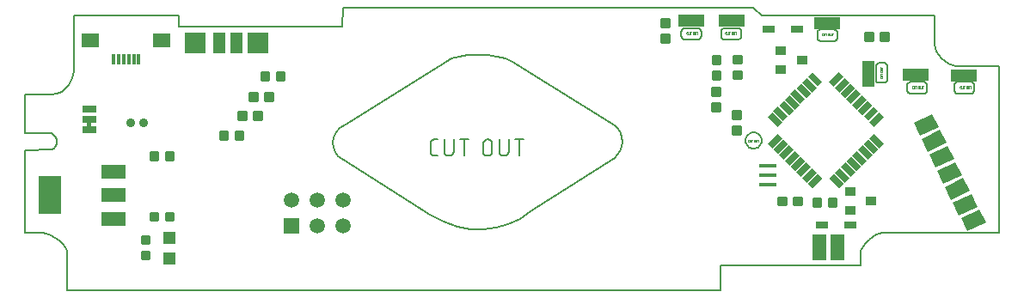
<source format=gts>
G75*
%MOIN*%
%OFA0B0*%
%FSLAX25Y25*%
%IPPOS*%
%LPD*%
%AMOC8*
5,1,8,0,0,1.08239X$1,22.5*
%
%ADD10C,0.00600*%
%ADD11C,0.00500*%
%ADD12C,0.00800*%
%ADD13C,0.00000*%
%ADD14C,0.00975*%
%ADD15R,0.09200X0.05200*%
%ADD16R,0.09061X0.14573*%
%ADD17R,0.05124X0.05124*%
%ADD18R,0.03943X0.03550*%
%ADD19R,0.09900X0.04900*%
%ADD20R,0.05800X0.10400*%
%ADD21R,0.04900X0.09900*%
%ADD22R,0.05557X0.07998*%
%ADD23R,0.04534X0.08077*%
%ADD24R,0.08077X0.08077*%
%ADD25R,0.05400X0.02600*%
%ADD26R,0.02600X0.05400*%
%ADD27R,0.06699X0.01581*%
%ADD28R,0.04534X0.02762*%
%ADD29R,0.05400X0.02900*%
%ADD30C,0.03550*%
%ADD31R,0.05900X0.05900*%
%ADD32C,0.05900*%
%ADD33R,0.06896X0.05518*%
%ADD34R,0.01581X0.04337*%
D10*
X0021423Y0038877D02*
X0021423Y0053068D01*
X0021193Y0054223D01*
X0020546Y0055511D01*
X0019546Y0056843D01*
X0018260Y0058131D01*
X0016751Y0059287D01*
X0015086Y0060221D01*
X0013329Y0060847D01*
X0011546Y0061075D01*
X0005020Y0061075D01*
X0005020Y0093285D01*
X0015209Y0093363D01*
X0016100Y0093845D01*
X0016736Y0094600D01*
X0017115Y0095536D01*
X0017240Y0096561D01*
X0017110Y0097585D01*
X0016728Y0098513D01*
X0016094Y0099256D01*
X0015209Y0099720D01*
X0005020Y0099735D01*
X0005020Y0114803D02*
X0015209Y0114803D01*
X0017371Y0115090D01*
X0019206Y0115887D01*
X0020725Y0117096D01*
X0021940Y0118620D01*
X0022864Y0120362D01*
X0023509Y0122225D01*
X0023887Y0124111D01*
X0024010Y0125924D01*
X0024010Y0145461D01*
X0064482Y0145461D02*
X0064482Y0141013D01*
X0127898Y0141164D01*
X0128159Y0148568D01*
X0287331Y0148568D01*
X0290523Y0145461D01*
X0357569Y0145461D01*
X0357592Y0134183D01*
X0357824Y0132969D01*
X0358388Y0131631D01*
X0359236Y0130256D01*
X0360319Y0128933D01*
X0361589Y0127750D01*
X0362996Y0126796D01*
X0364493Y0126160D01*
X0366029Y0125929D01*
X0366305Y0125935D01*
X0382514Y0125924D01*
X0382514Y0061075D01*
X0337320Y0061075D01*
X0336330Y0060907D01*
X0335071Y0060421D01*
X0333666Y0059641D01*
X0332239Y0058595D01*
X0330914Y0057307D01*
X0329814Y0055804D01*
X0329064Y0054111D01*
X0328786Y0052254D01*
X0328786Y0048361D01*
X0274578Y0048361D01*
X0274578Y0038877D01*
X0021423Y0038877D01*
X0126410Y0090966D02*
X0127945Y0089783D01*
X0161985Y0068189D01*
X0167243Y0065449D01*
X0172474Y0063607D01*
X0177638Y0062628D01*
X0182694Y0062478D01*
X0187600Y0063119D01*
X0192316Y0064518D01*
X0196799Y0066639D01*
X0201009Y0069447D01*
X0233615Y0090159D01*
X0234698Y0091402D01*
X0235563Y0092915D01*
X0236162Y0094612D01*
X0236449Y0096404D01*
X0236379Y0098204D01*
X0235903Y0099923D01*
X0234977Y0101475D01*
X0233553Y0102771D01*
X0193820Y0127595D01*
X0191312Y0128804D01*
X0188092Y0129643D01*
X0184420Y0130126D01*
X0180556Y0130263D01*
X0176760Y0130067D01*
X0173294Y0129549D01*
X0170418Y0128721D01*
X0168391Y0127595D01*
X0129125Y0103236D01*
X0127037Y0101738D01*
X0125577Y0099993D01*
X0124709Y0098097D01*
X0124394Y0096150D01*
X0124597Y0094247D01*
X0125282Y0092486D01*
X0126410Y0090966D01*
X0162217Y0092431D02*
X0162217Y0095986D01*
X0162219Y0096060D01*
X0162225Y0096135D01*
X0162235Y0096208D01*
X0162248Y0096282D01*
X0162265Y0096354D01*
X0162287Y0096425D01*
X0162311Y0096496D01*
X0162340Y0096564D01*
X0162372Y0096632D01*
X0162408Y0096697D01*
X0162446Y0096760D01*
X0162489Y0096822D01*
X0162534Y0096881D01*
X0162582Y0096937D01*
X0162633Y0096992D01*
X0162687Y0097043D01*
X0162744Y0097091D01*
X0162803Y0097136D01*
X0162865Y0097179D01*
X0162928Y0097217D01*
X0162993Y0097253D01*
X0163061Y0097285D01*
X0163129Y0097314D01*
X0163200Y0097338D01*
X0163271Y0097360D01*
X0163343Y0097377D01*
X0163417Y0097390D01*
X0163490Y0097400D01*
X0163565Y0097406D01*
X0163639Y0097408D01*
X0165061Y0097408D01*
X0167566Y0097408D02*
X0167566Y0092786D01*
X0167568Y0092703D01*
X0167574Y0092620D01*
X0167584Y0092537D01*
X0167597Y0092454D01*
X0167615Y0092373D01*
X0167636Y0092292D01*
X0167661Y0092213D01*
X0167690Y0092135D01*
X0167722Y0092058D01*
X0167758Y0091983D01*
X0167797Y0091909D01*
X0167840Y0091838D01*
X0167886Y0091768D01*
X0167936Y0091701D01*
X0167988Y0091636D01*
X0168043Y0091574D01*
X0168102Y0091514D01*
X0168163Y0091457D01*
X0168226Y0091403D01*
X0168292Y0091352D01*
X0168361Y0091305D01*
X0168431Y0091260D01*
X0168504Y0091219D01*
X0168578Y0091182D01*
X0168654Y0091147D01*
X0168732Y0091117D01*
X0168810Y0091090D01*
X0168891Y0091067D01*
X0168972Y0091047D01*
X0169054Y0091032D01*
X0169136Y0091020D01*
X0169219Y0091012D01*
X0169302Y0091008D01*
X0169386Y0091008D01*
X0169469Y0091012D01*
X0169552Y0091020D01*
X0169634Y0091032D01*
X0169716Y0091047D01*
X0169797Y0091067D01*
X0169878Y0091090D01*
X0169956Y0091117D01*
X0170034Y0091147D01*
X0170110Y0091182D01*
X0170184Y0091219D01*
X0170257Y0091260D01*
X0170327Y0091305D01*
X0170396Y0091352D01*
X0170462Y0091403D01*
X0170525Y0091457D01*
X0170586Y0091514D01*
X0170645Y0091574D01*
X0170700Y0091636D01*
X0170752Y0091701D01*
X0170802Y0091768D01*
X0170848Y0091838D01*
X0170891Y0091909D01*
X0170930Y0091983D01*
X0170966Y0092058D01*
X0170998Y0092135D01*
X0171027Y0092213D01*
X0171052Y0092292D01*
X0171073Y0092373D01*
X0171091Y0092454D01*
X0171104Y0092537D01*
X0171114Y0092620D01*
X0171120Y0092703D01*
X0171122Y0092786D01*
X0171121Y0092786D02*
X0171121Y0097408D01*
X0173515Y0097408D02*
X0177070Y0097408D01*
X0175292Y0097408D02*
X0175292Y0091008D01*
X0182541Y0092786D02*
X0182541Y0095631D01*
X0182540Y0095631D02*
X0182542Y0095714D01*
X0182548Y0095797D01*
X0182558Y0095880D01*
X0182571Y0095963D01*
X0182589Y0096044D01*
X0182610Y0096125D01*
X0182635Y0096204D01*
X0182664Y0096282D01*
X0182696Y0096359D01*
X0182732Y0096434D01*
X0182771Y0096508D01*
X0182814Y0096579D01*
X0182860Y0096649D01*
X0182910Y0096716D01*
X0182962Y0096781D01*
X0183017Y0096843D01*
X0183076Y0096903D01*
X0183137Y0096960D01*
X0183200Y0097014D01*
X0183266Y0097065D01*
X0183335Y0097112D01*
X0183405Y0097157D01*
X0183478Y0097198D01*
X0183552Y0097235D01*
X0183628Y0097270D01*
X0183706Y0097300D01*
X0183784Y0097327D01*
X0183865Y0097350D01*
X0183946Y0097370D01*
X0184028Y0097385D01*
X0184110Y0097397D01*
X0184193Y0097405D01*
X0184276Y0097409D01*
X0184360Y0097409D01*
X0184443Y0097405D01*
X0184526Y0097397D01*
X0184608Y0097385D01*
X0184690Y0097370D01*
X0184771Y0097350D01*
X0184852Y0097327D01*
X0184930Y0097300D01*
X0185008Y0097270D01*
X0185084Y0097235D01*
X0185158Y0097198D01*
X0185231Y0097157D01*
X0185301Y0097112D01*
X0185370Y0097065D01*
X0185436Y0097014D01*
X0185499Y0096960D01*
X0185560Y0096903D01*
X0185619Y0096843D01*
X0185674Y0096781D01*
X0185726Y0096716D01*
X0185776Y0096649D01*
X0185822Y0096579D01*
X0185865Y0096508D01*
X0185904Y0096434D01*
X0185940Y0096359D01*
X0185972Y0096282D01*
X0186001Y0096204D01*
X0186026Y0096125D01*
X0186047Y0096044D01*
X0186065Y0095963D01*
X0186078Y0095880D01*
X0186088Y0095797D01*
X0186094Y0095714D01*
X0186096Y0095631D01*
X0186096Y0092786D01*
X0186094Y0092703D01*
X0186088Y0092620D01*
X0186078Y0092537D01*
X0186065Y0092454D01*
X0186047Y0092373D01*
X0186026Y0092292D01*
X0186001Y0092213D01*
X0185972Y0092135D01*
X0185940Y0092058D01*
X0185904Y0091983D01*
X0185865Y0091909D01*
X0185822Y0091838D01*
X0185776Y0091768D01*
X0185726Y0091701D01*
X0185674Y0091636D01*
X0185619Y0091574D01*
X0185560Y0091514D01*
X0185499Y0091457D01*
X0185436Y0091403D01*
X0185370Y0091352D01*
X0185301Y0091305D01*
X0185231Y0091260D01*
X0185158Y0091219D01*
X0185084Y0091182D01*
X0185008Y0091147D01*
X0184930Y0091117D01*
X0184852Y0091090D01*
X0184771Y0091067D01*
X0184690Y0091047D01*
X0184608Y0091032D01*
X0184526Y0091020D01*
X0184443Y0091012D01*
X0184360Y0091008D01*
X0184276Y0091008D01*
X0184193Y0091012D01*
X0184110Y0091020D01*
X0184028Y0091032D01*
X0183946Y0091047D01*
X0183865Y0091067D01*
X0183784Y0091090D01*
X0183706Y0091117D01*
X0183628Y0091147D01*
X0183552Y0091182D01*
X0183478Y0091219D01*
X0183405Y0091260D01*
X0183335Y0091305D01*
X0183266Y0091352D01*
X0183200Y0091403D01*
X0183137Y0091457D01*
X0183076Y0091514D01*
X0183017Y0091574D01*
X0182962Y0091636D01*
X0182910Y0091701D01*
X0182860Y0091768D01*
X0182814Y0091838D01*
X0182771Y0091909D01*
X0182732Y0091983D01*
X0182696Y0092058D01*
X0182664Y0092135D01*
X0182635Y0092213D01*
X0182610Y0092292D01*
X0182589Y0092373D01*
X0182571Y0092454D01*
X0182558Y0092537D01*
X0182548Y0092620D01*
X0182542Y0092703D01*
X0182540Y0092786D01*
X0188900Y0092786D02*
X0188900Y0097408D01*
X0192455Y0097408D02*
X0192455Y0092786D01*
X0192456Y0092786D02*
X0192454Y0092703D01*
X0192448Y0092620D01*
X0192438Y0092537D01*
X0192425Y0092454D01*
X0192407Y0092373D01*
X0192386Y0092292D01*
X0192361Y0092213D01*
X0192332Y0092135D01*
X0192300Y0092058D01*
X0192264Y0091983D01*
X0192225Y0091909D01*
X0192182Y0091838D01*
X0192136Y0091768D01*
X0192086Y0091701D01*
X0192034Y0091636D01*
X0191979Y0091574D01*
X0191920Y0091514D01*
X0191859Y0091457D01*
X0191796Y0091403D01*
X0191730Y0091352D01*
X0191661Y0091305D01*
X0191591Y0091260D01*
X0191518Y0091219D01*
X0191444Y0091182D01*
X0191368Y0091147D01*
X0191290Y0091117D01*
X0191212Y0091090D01*
X0191131Y0091067D01*
X0191050Y0091047D01*
X0190968Y0091032D01*
X0190886Y0091020D01*
X0190803Y0091012D01*
X0190720Y0091008D01*
X0190636Y0091008D01*
X0190553Y0091012D01*
X0190470Y0091020D01*
X0190388Y0091032D01*
X0190306Y0091047D01*
X0190225Y0091067D01*
X0190144Y0091090D01*
X0190066Y0091117D01*
X0189988Y0091147D01*
X0189912Y0091182D01*
X0189838Y0091219D01*
X0189765Y0091260D01*
X0189695Y0091305D01*
X0189626Y0091352D01*
X0189560Y0091403D01*
X0189497Y0091457D01*
X0189436Y0091514D01*
X0189377Y0091574D01*
X0189322Y0091636D01*
X0189270Y0091701D01*
X0189220Y0091768D01*
X0189174Y0091838D01*
X0189131Y0091909D01*
X0189092Y0091983D01*
X0189056Y0092058D01*
X0189024Y0092135D01*
X0188995Y0092213D01*
X0188970Y0092292D01*
X0188949Y0092373D01*
X0188931Y0092454D01*
X0188918Y0092537D01*
X0188908Y0092620D01*
X0188902Y0092703D01*
X0188900Y0092786D01*
X0194849Y0097408D02*
X0198404Y0097408D01*
X0196626Y0097408D02*
X0196626Y0091008D01*
X0165061Y0091008D02*
X0163639Y0091008D01*
X0163639Y0091009D02*
X0163565Y0091011D01*
X0163490Y0091017D01*
X0163417Y0091027D01*
X0163343Y0091040D01*
X0163271Y0091057D01*
X0163200Y0091079D01*
X0163129Y0091103D01*
X0163061Y0091132D01*
X0162993Y0091164D01*
X0162928Y0091200D01*
X0162865Y0091238D01*
X0162803Y0091281D01*
X0162744Y0091326D01*
X0162687Y0091374D01*
X0162633Y0091425D01*
X0162582Y0091479D01*
X0162534Y0091536D01*
X0162489Y0091595D01*
X0162446Y0091657D01*
X0162408Y0091720D01*
X0162372Y0091785D01*
X0162340Y0091853D01*
X0162311Y0091921D01*
X0162287Y0091992D01*
X0162265Y0092063D01*
X0162248Y0092135D01*
X0162235Y0092209D01*
X0162225Y0092282D01*
X0162219Y0092357D01*
X0162217Y0092431D01*
X0259531Y0136897D02*
X0259454Y0137142D01*
X0259427Y0137405D01*
X0259427Y0139289D01*
X0259454Y0139552D01*
X0259531Y0139797D01*
X0259651Y0140020D01*
X0259812Y0140213D01*
X0260005Y0140374D01*
X0260228Y0140495D01*
X0260473Y0140571D01*
X0260736Y0140598D01*
X0265812Y0140598D01*
X0266075Y0140571D01*
X0266320Y0140495D01*
X0266542Y0140374D01*
X0266736Y0140213D01*
X0266896Y0140020D01*
X0267017Y0139797D01*
X0267094Y0139552D01*
X0267120Y0139289D01*
X0267120Y0137405D01*
X0267094Y0137142D01*
X0267017Y0136897D01*
X0266896Y0136675D01*
X0266736Y0136481D01*
X0266542Y0136321D01*
X0266320Y0136200D01*
X0266075Y0136123D01*
X0265812Y0136097D01*
X0260736Y0136097D01*
X0260473Y0136123D01*
X0260228Y0136200D01*
X0260005Y0136321D01*
X0259812Y0136481D01*
X0259651Y0136675D01*
X0259531Y0136897D01*
X0274855Y0137405D02*
X0274855Y0139289D01*
X0274882Y0139552D01*
X0274959Y0139797D01*
X0275079Y0140020D01*
X0275240Y0140213D01*
X0275433Y0140374D01*
X0275655Y0140495D01*
X0275901Y0140571D01*
X0276163Y0140598D01*
X0281240Y0140598D01*
X0281503Y0140571D01*
X0281748Y0140495D01*
X0281970Y0140374D01*
X0282164Y0140213D01*
X0282324Y0140020D01*
X0282445Y0139797D01*
X0282522Y0139552D01*
X0282548Y0139289D01*
X0282548Y0137405D01*
X0282522Y0137142D01*
X0282445Y0136897D01*
X0282324Y0136675D01*
X0282164Y0136481D01*
X0281970Y0136321D01*
X0281748Y0136200D01*
X0281503Y0136123D01*
X0281240Y0136097D01*
X0276163Y0136097D01*
X0275901Y0136123D01*
X0275655Y0136200D01*
X0275433Y0136321D01*
X0275240Y0136481D01*
X0275079Y0136675D01*
X0274959Y0136897D01*
X0274882Y0137142D01*
X0274855Y0137405D01*
X0312203Y0136890D02*
X0312203Y0138774D01*
X0312230Y0139037D01*
X0312307Y0139282D01*
X0312427Y0139504D01*
X0312588Y0139698D01*
X0312781Y0139858D01*
X0313003Y0139979D01*
X0313249Y0140056D01*
X0313511Y0140082D01*
X0318588Y0140082D01*
X0318851Y0140056D01*
X0319096Y0139979D01*
X0319318Y0139858D01*
X0319512Y0139698D01*
X0319672Y0139504D01*
X0319793Y0139282D01*
X0319870Y0139037D01*
X0319896Y0138774D01*
X0319896Y0136890D01*
X0319870Y0136627D01*
X0319793Y0136382D01*
X0319672Y0136160D01*
X0319512Y0135966D01*
X0319318Y0135806D01*
X0319096Y0135685D01*
X0318851Y0135608D01*
X0318588Y0135582D01*
X0313511Y0135582D01*
X0313249Y0135608D01*
X0313003Y0135685D01*
X0312781Y0135806D01*
X0312588Y0135966D01*
X0312427Y0136160D01*
X0312307Y0136382D01*
X0312230Y0136627D01*
X0312203Y0136890D01*
X0334887Y0126223D02*
X0335008Y0126445D01*
X0335168Y0126639D01*
X0335362Y0126799D01*
X0335584Y0126920D01*
X0335829Y0126996D01*
X0336092Y0127023D01*
X0337976Y0127023D01*
X0338239Y0126996D01*
X0338484Y0126920D01*
X0338707Y0126799D01*
X0338901Y0126639D01*
X0339061Y0126445D01*
X0339182Y0126223D01*
X0339258Y0125978D01*
X0339285Y0125715D01*
X0339285Y0120638D01*
X0339258Y0120375D01*
X0339182Y0120130D01*
X0339061Y0119908D01*
X0338901Y0119714D01*
X0338707Y0119554D01*
X0338484Y0119433D01*
X0338239Y0119357D01*
X0337976Y0119330D01*
X0336092Y0119330D01*
X0335829Y0119357D01*
X0335584Y0119433D01*
X0335362Y0119554D01*
X0335168Y0119714D01*
X0335008Y0119908D01*
X0334887Y0120130D01*
X0334811Y0120375D01*
X0334784Y0120638D01*
X0334784Y0125715D01*
X0334811Y0125978D01*
X0334887Y0126223D01*
X0347197Y0119106D02*
X0347357Y0119300D01*
X0347551Y0119460D01*
X0347773Y0119581D01*
X0348018Y0119658D01*
X0348281Y0119684D01*
X0353357Y0119684D01*
X0353620Y0119658D01*
X0353865Y0119581D01*
X0354088Y0119460D01*
X0354281Y0119300D01*
X0354442Y0119106D01*
X0354562Y0118884D01*
X0354639Y0118639D01*
X0354666Y0118376D01*
X0354666Y0116492D01*
X0354639Y0116229D01*
X0354562Y0115984D01*
X0354442Y0115761D01*
X0354281Y0115567D01*
X0354088Y0115407D01*
X0353865Y0115286D01*
X0353620Y0115210D01*
X0353357Y0115183D01*
X0348281Y0115183D01*
X0348018Y0115210D01*
X0347773Y0115286D01*
X0347551Y0115407D01*
X0347357Y0115567D01*
X0347197Y0115761D01*
X0347076Y0115984D01*
X0346999Y0116229D01*
X0346973Y0116492D01*
X0346973Y0118376D01*
X0346999Y0118639D01*
X0347076Y0118884D01*
X0347197Y0119106D01*
X0365296Y0118376D02*
X0365296Y0116492D01*
X0365323Y0116229D01*
X0365399Y0115984D01*
X0365520Y0115761D01*
X0365681Y0115567D01*
X0365874Y0115407D01*
X0366097Y0115286D01*
X0366342Y0115210D01*
X0366605Y0115183D01*
X0371681Y0115183D01*
X0371944Y0115210D01*
X0372189Y0115286D01*
X0372411Y0115407D01*
X0372605Y0115567D01*
X0372765Y0115761D01*
X0372886Y0115984D01*
X0372962Y0116229D01*
X0372989Y0116492D01*
X0372989Y0118376D01*
X0372962Y0118639D01*
X0372886Y0118884D01*
X0372765Y0119106D01*
X0372605Y0119300D01*
X0372411Y0119460D01*
X0372189Y0119581D01*
X0371944Y0119658D01*
X0371681Y0119684D01*
X0366605Y0119684D01*
X0366342Y0119658D01*
X0366097Y0119581D01*
X0365874Y0119460D01*
X0365681Y0119300D01*
X0365520Y0119106D01*
X0365399Y0118884D01*
X0365323Y0118639D01*
X0365296Y0118376D01*
X0290480Y0097559D02*
X0290544Y0096924D01*
X0290484Y0097539D01*
X0290305Y0098129D01*
X0290014Y0098674D01*
X0289622Y0099151D01*
X0289145Y0099543D01*
X0288600Y0099834D01*
X0288009Y0100013D01*
X0287395Y0100074D01*
X0286780Y0100013D01*
X0286189Y0099834D01*
X0285645Y0099543D01*
X0285168Y0099151D01*
X0284776Y0098674D01*
X0284485Y0098129D01*
X0284306Y0097539D01*
X0284245Y0096924D01*
X0284306Y0096310D01*
X0284485Y0095719D01*
X0284776Y0095174D01*
X0285168Y0094697D01*
X0285645Y0094305D01*
X0286189Y0094014D01*
X0286780Y0093835D01*
X0287395Y0093774D01*
X0288009Y0093835D01*
X0288600Y0094014D01*
X0289145Y0094305D01*
X0289622Y0094697D01*
X0289156Y0094312D01*
X0288621Y0094022D01*
X0288029Y0093839D01*
X0287395Y0093774D01*
X0286760Y0093839D01*
X0286169Y0094022D01*
X0285634Y0094312D01*
X0285168Y0094697D01*
X0284783Y0095163D01*
X0284493Y0095698D01*
X0284309Y0096289D01*
X0284245Y0096924D01*
X0284309Y0097559D01*
X0284493Y0098150D01*
X0284783Y0098685D01*
X0285168Y0099151D01*
X0285634Y0099536D01*
X0286169Y0099826D01*
X0286760Y0100010D01*
X0287395Y0100074D01*
X0288029Y0100010D01*
X0288621Y0099826D01*
X0289156Y0099536D01*
X0289622Y0099151D01*
X0290007Y0098685D01*
X0290297Y0098150D01*
X0290480Y0097559D01*
X0290544Y0096924D02*
X0290484Y0096310D01*
X0290305Y0095719D01*
X0290014Y0095174D01*
X0289622Y0094697D01*
X0290007Y0095163D01*
X0290297Y0095698D01*
X0290480Y0096289D01*
X0290544Y0096924D01*
D11*
X0030417Y0102458D02*
X0029417Y0102458D01*
X0029417Y0103958D01*
X0030417Y0103958D01*
X0030417Y0102458D01*
X0030417Y0102509D02*
X0029417Y0102509D01*
X0029417Y0103007D02*
X0030417Y0103007D01*
X0030417Y0103506D02*
X0029417Y0103506D01*
X0005020Y0099735D02*
X0005020Y0114803D01*
D12*
X0024010Y0145461D02*
X0064482Y0145461D01*
D13*
X0261417Y0138831D02*
X0261417Y0138386D01*
X0261419Y0138361D01*
X0261424Y0138336D01*
X0261433Y0138312D01*
X0261445Y0138290D01*
X0261460Y0138269D01*
X0261478Y0138251D01*
X0261499Y0138236D01*
X0261521Y0138224D01*
X0261545Y0138215D01*
X0261570Y0138210D01*
X0261595Y0138208D01*
X0261772Y0138208D01*
X0262042Y0138431D02*
X0262042Y0139008D01*
X0261772Y0139008D02*
X0261595Y0139008D01*
X0261595Y0139009D02*
X0261570Y0139007D01*
X0261545Y0139002D01*
X0261521Y0138993D01*
X0261499Y0138981D01*
X0261478Y0138966D01*
X0261460Y0138948D01*
X0261445Y0138927D01*
X0261433Y0138905D01*
X0261424Y0138881D01*
X0261419Y0138856D01*
X0261417Y0138831D01*
X0262042Y0138431D02*
X0262044Y0138402D01*
X0262050Y0138374D01*
X0262059Y0138346D01*
X0262072Y0138320D01*
X0262088Y0138296D01*
X0262107Y0138274D01*
X0262129Y0138255D01*
X0262153Y0138239D01*
X0262179Y0138226D01*
X0262207Y0138217D01*
X0262235Y0138211D01*
X0262264Y0138209D01*
X0262293Y0138211D01*
X0262321Y0138217D01*
X0262349Y0138226D01*
X0262375Y0138239D01*
X0262399Y0138255D01*
X0262421Y0138274D01*
X0262440Y0138296D01*
X0262456Y0138320D01*
X0262469Y0138346D01*
X0262478Y0138374D01*
X0262484Y0138402D01*
X0262486Y0138431D01*
X0262486Y0139008D01*
X0262738Y0139008D02*
X0263182Y0139008D01*
X0262960Y0139008D02*
X0262960Y0138208D01*
X0263794Y0138431D02*
X0263794Y0138786D01*
X0263796Y0138815D01*
X0263802Y0138843D01*
X0263811Y0138871D01*
X0263824Y0138897D01*
X0263840Y0138921D01*
X0263859Y0138943D01*
X0263881Y0138962D01*
X0263905Y0138978D01*
X0263931Y0138991D01*
X0263959Y0139000D01*
X0263987Y0139006D01*
X0264016Y0139008D01*
X0264045Y0139006D01*
X0264073Y0139000D01*
X0264101Y0138991D01*
X0264127Y0138978D01*
X0264151Y0138962D01*
X0264173Y0138943D01*
X0264192Y0138921D01*
X0264208Y0138897D01*
X0264221Y0138871D01*
X0264230Y0138843D01*
X0264236Y0138815D01*
X0264238Y0138786D01*
X0264238Y0138431D01*
X0264236Y0138402D01*
X0264230Y0138374D01*
X0264221Y0138346D01*
X0264208Y0138320D01*
X0264192Y0138296D01*
X0264173Y0138274D01*
X0264151Y0138255D01*
X0264127Y0138239D01*
X0264101Y0138226D01*
X0264073Y0138217D01*
X0264045Y0138211D01*
X0264016Y0138209D01*
X0263987Y0138211D01*
X0263959Y0138217D01*
X0263931Y0138226D01*
X0263905Y0138239D01*
X0263881Y0138255D01*
X0263859Y0138274D01*
X0263840Y0138296D01*
X0263824Y0138320D01*
X0263811Y0138346D01*
X0263802Y0138374D01*
X0263796Y0138402D01*
X0263794Y0138431D01*
X0264538Y0138431D02*
X0264538Y0139008D01*
X0264982Y0139008D02*
X0264982Y0138431D01*
X0264980Y0138402D01*
X0264974Y0138374D01*
X0264965Y0138346D01*
X0264952Y0138320D01*
X0264936Y0138296D01*
X0264917Y0138274D01*
X0264895Y0138255D01*
X0264871Y0138239D01*
X0264845Y0138226D01*
X0264817Y0138217D01*
X0264789Y0138211D01*
X0264760Y0138209D01*
X0264731Y0138211D01*
X0264703Y0138217D01*
X0264675Y0138226D01*
X0264649Y0138239D01*
X0264625Y0138255D01*
X0264603Y0138274D01*
X0264584Y0138296D01*
X0264568Y0138320D01*
X0264555Y0138346D01*
X0264546Y0138374D01*
X0264540Y0138402D01*
X0264538Y0138431D01*
X0265234Y0139008D02*
X0265678Y0139008D01*
X0265456Y0139008D02*
X0265456Y0138208D01*
X0276417Y0138386D02*
X0276417Y0138831D01*
X0276419Y0138856D01*
X0276424Y0138881D01*
X0276433Y0138905D01*
X0276445Y0138927D01*
X0276460Y0138948D01*
X0276478Y0138966D01*
X0276499Y0138981D01*
X0276521Y0138993D01*
X0276545Y0139002D01*
X0276570Y0139007D01*
X0276595Y0139009D01*
X0276595Y0139008D02*
X0276772Y0139008D01*
X0277042Y0139008D02*
X0277042Y0138431D01*
X0277044Y0138402D01*
X0277050Y0138374D01*
X0277059Y0138346D01*
X0277072Y0138320D01*
X0277088Y0138296D01*
X0277107Y0138274D01*
X0277129Y0138255D01*
X0277153Y0138239D01*
X0277179Y0138226D01*
X0277207Y0138217D01*
X0277235Y0138211D01*
X0277264Y0138209D01*
X0277293Y0138211D01*
X0277321Y0138217D01*
X0277349Y0138226D01*
X0277375Y0138239D01*
X0277399Y0138255D01*
X0277421Y0138274D01*
X0277440Y0138296D01*
X0277456Y0138320D01*
X0277469Y0138346D01*
X0277478Y0138374D01*
X0277484Y0138402D01*
X0277486Y0138431D01*
X0277486Y0139008D01*
X0277738Y0139008D02*
X0278182Y0139008D01*
X0277960Y0139008D02*
X0277960Y0138208D01*
X0278794Y0138431D02*
X0278794Y0138786D01*
X0278796Y0138815D01*
X0278802Y0138843D01*
X0278811Y0138871D01*
X0278824Y0138897D01*
X0278840Y0138921D01*
X0278859Y0138943D01*
X0278881Y0138962D01*
X0278905Y0138978D01*
X0278931Y0138991D01*
X0278959Y0139000D01*
X0278987Y0139006D01*
X0279016Y0139008D01*
X0279045Y0139006D01*
X0279073Y0139000D01*
X0279101Y0138991D01*
X0279127Y0138978D01*
X0279151Y0138962D01*
X0279173Y0138943D01*
X0279192Y0138921D01*
X0279208Y0138897D01*
X0279221Y0138871D01*
X0279230Y0138843D01*
X0279236Y0138815D01*
X0279238Y0138786D01*
X0279238Y0138431D01*
X0279236Y0138402D01*
X0279230Y0138374D01*
X0279221Y0138346D01*
X0279208Y0138320D01*
X0279192Y0138296D01*
X0279173Y0138274D01*
X0279151Y0138255D01*
X0279127Y0138239D01*
X0279101Y0138226D01*
X0279073Y0138217D01*
X0279045Y0138211D01*
X0279016Y0138209D01*
X0278987Y0138211D01*
X0278959Y0138217D01*
X0278931Y0138226D01*
X0278905Y0138239D01*
X0278881Y0138255D01*
X0278859Y0138274D01*
X0278840Y0138296D01*
X0278824Y0138320D01*
X0278811Y0138346D01*
X0278802Y0138374D01*
X0278796Y0138402D01*
X0278794Y0138431D01*
X0279538Y0138431D02*
X0279538Y0139008D01*
X0279982Y0139008D02*
X0279982Y0138431D01*
X0279980Y0138402D01*
X0279974Y0138374D01*
X0279965Y0138346D01*
X0279952Y0138320D01*
X0279936Y0138296D01*
X0279917Y0138274D01*
X0279895Y0138255D01*
X0279871Y0138239D01*
X0279845Y0138226D01*
X0279817Y0138217D01*
X0279789Y0138211D01*
X0279760Y0138209D01*
X0279731Y0138211D01*
X0279703Y0138217D01*
X0279675Y0138226D01*
X0279649Y0138239D01*
X0279625Y0138255D01*
X0279603Y0138274D01*
X0279584Y0138296D01*
X0279568Y0138320D01*
X0279555Y0138346D01*
X0279546Y0138374D01*
X0279540Y0138402D01*
X0279538Y0138431D01*
X0280234Y0139008D02*
X0280678Y0139008D01*
X0280456Y0139008D02*
X0280456Y0138208D01*
X0276772Y0138208D02*
X0276595Y0138208D01*
X0276570Y0138210D01*
X0276545Y0138215D01*
X0276521Y0138224D01*
X0276499Y0138236D01*
X0276478Y0138251D01*
X0276460Y0138269D01*
X0276445Y0138290D01*
X0276433Y0138312D01*
X0276424Y0138336D01*
X0276419Y0138361D01*
X0276417Y0138386D01*
X0313917Y0138331D02*
X0313917Y0137886D01*
X0313919Y0137861D01*
X0313924Y0137836D01*
X0313933Y0137812D01*
X0313945Y0137790D01*
X0313960Y0137769D01*
X0313978Y0137751D01*
X0313999Y0137736D01*
X0314021Y0137724D01*
X0314045Y0137715D01*
X0314070Y0137710D01*
X0314095Y0137708D01*
X0314272Y0137708D01*
X0314542Y0137931D02*
X0314542Y0138508D01*
X0314272Y0138508D02*
X0314095Y0138508D01*
X0314095Y0138509D02*
X0314070Y0138507D01*
X0314045Y0138502D01*
X0314021Y0138493D01*
X0313999Y0138481D01*
X0313978Y0138466D01*
X0313960Y0138448D01*
X0313945Y0138427D01*
X0313933Y0138405D01*
X0313924Y0138381D01*
X0313919Y0138356D01*
X0313917Y0138331D01*
X0314542Y0137931D02*
X0314544Y0137902D01*
X0314550Y0137874D01*
X0314559Y0137846D01*
X0314572Y0137820D01*
X0314588Y0137796D01*
X0314607Y0137774D01*
X0314629Y0137755D01*
X0314653Y0137739D01*
X0314679Y0137726D01*
X0314707Y0137717D01*
X0314735Y0137711D01*
X0314764Y0137709D01*
X0314793Y0137711D01*
X0314821Y0137717D01*
X0314849Y0137726D01*
X0314875Y0137739D01*
X0314899Y0137755D01*
X0314921Y0137774D01*
X0314940Y0137796D01*
X0314956Y0137820D01*
X0314969Y0137846D01*
X0314978Y0137874D01*
X0314984Y0137902D01*
X0314986Y0137931D01*
X0314986Y0138508D01*
X0315238Y0138508D02*
X0315682Y0138508D01*
X0315460Y0138508D02*
X0315460Y0137708D01*
X0316294Y0137931D02*
X0316294Y0138286D01*
X0316296Y0138315D01*
X0316302Y0138343D01*
X0316311Y0138371D01*
X0316324Y0138397D01*
X0316340Y0138421D01*
X0316359Y0138443D01*
X0316381Y0138462D01*
X0316405Y0138478D01*
X0316431Y0138491D01*
X0316459Y0138500D01*
X0316487Y0138506D01*
X0316516Y0138508D01*
X0316545Y0138506D01*
X0316573Y0138500D01*
X0316601Y0138491D01*
X0316627Y0138478D01*
X0316651Y0138462D01*
X0316673Y0138443D01*
X0316692Y0138421D01*
X0316708Y0138397D01*
X0316721Y0138371D01*
X0316730Y0138343D01*
X0316736Y0138315D01*
X0316738Y0138286D01*
X0316738Y0137931D01*
X0316736Y0137902D01*
X0316730Y0137874D01*
X0316721Y0137846D01*
X0316708Y0137820D01*
X0316692Y0137796D01*
X0316673Y0137774D01*
X0316651Y0137755D01*
X0316627Y0137739D01*
X0316601Y0137726D01*
X0316573Y0137717D01*
X0316545Y0137711D01*
X0316516Y0137709D01*
X0316487Y0137711D01*
X0316459Y0137717D01*
X0316431Y0137726D01*
X0316405Y0137739D01*
X0316381Y0137755D01*
X0316359Y0137774D01*
X0316340Y0137796D01*
X0316324Y0137820D01*
X0316311Y0137846D01*
X0316302Y0137874D01*
X0316296Y0137902D01*
X0316294Y0137931D01*
X0317038Y0137931D02*
X0317038Y0138508D01*
X0317482Y0138508D02*
X0317482Y0137931D01*
X0317480Y0137902D01*
X0317474Y0137874D01*
X0317465Y0137846D01*
X0317452Y0137820D01*
X0317436Y0137796D01*
X0317417Y0137774D01*
X0317395Y0137755D01*
X0317371Y0137739D01*
X0317345Y0137726D01*
X0317317Y0137717D01*
X0317289Y0137711D01*
X0317260Y0137709D01*
X0317231Y0137711D01*
X0317203Y0137717D01*
X0317175Y0137726D01*
X0317149Y0137739D01*
X0317125Y0137755D01*
X0317103Y0137774D01*
X0317084Y0137796D01*
X0317068Y0137820D01*
X0317055Y0137846D01*
X0317046Y0137874D01*
X0317040Y0137902D01*
X0317038Y0137931D01*
X0317734Y0138508D02*
X0318178Y0138508D01*
X0317956Y0138508D02*
X0317956Y0137708D01*
X0336617Y0125470D02*
X0336617Y0125025D01*
X0336617Y0125248D02*
X0337417Y0125248D01*
X0337195Y0124774D02*
X0336617Y0124774D01*
X0336617Y0124329D02*
X0337195Y0124329D01*
X0337195Y0124330D02*
X0337224Y0124332D01*
X0337252Y0124338D01*
X0337280Y0124347D01*
X0337306Y0124360D01*
X0337330Y0124376D01*
X0337352Y0124395D01*
X0337371Y0124417D01*
X0337387Y0124441D01*
X0337400Y0124467D01*
X0337409Y0124495D01*
X0337415Y0124523D01*
X0337417Y0124552D01*
X0337415Y0124581D01*
X0337409Y0124609D01*
X0337400Y0124637D01*
X0337387Y0124663D01*
X0337371Y0124687D01*
X0337352Y0124709D01*
X0337330Y0124728D01*
X0337306Y0124744D01*
X0337280Y0124757D01*
X0337252Y0124766D01*
X0337224Y0124772D01*
X0337195Y0124774D01*
X0337195Y0124030D02*
X0336839Y0124030D01*
X0336810Y0124028D01*
X0336782Y0124022D01*
X0336754Y0124013D01*
X0336728Y0124000D01*
X0336704Y0123984D01*
X0336682Y0123965D01*
X0336663Y0123943D01*
X0336647Y0123919D01*
X0336634Y0123893D01*
X0336625Y0123865D01*
X0336619Y0123837D01*
X0336617Y0123808D01*
X0336619Y0123779D01*
X0336625Y0123751D01*
X0336634Y0123723D01*
X0336647Y0123697D01*
X0336663Y0123673D01*
X0336682Y0123651D01*
X0336704Y0123632D01*
X0336728Y0123616D01*
X0336754Y0123603D01*
X0336782Y0123594D01*
X0336810Y0123588D01*
X0336839Y0123586D01*
X0336839Y0123585D02*
X0337195Y0123585D01*
X0337195Y0123586D02*
X0337224Y0123588D01*
X0337252Y0123594D01*
X0337280Y0123603D01*
X0337306Y0123616D01*
X0337330Y0123632D01*
X0337352Y0123651D01*
X0337371Y0123673D01*
X0337387Y0123697D01*
X0337400Y0123723D01*
X0337409Y0123751D01*
X0337415Y0123779D01*
X0337417Y0123808D01*
X0337415Y0123837D01*
X0337409Y0123865D01*
X0337400Y0123893D01*
X0337387Y0123919D01*
X0337371Y0123943D01*
X0337352Y0123965D01*
X0337330Y0123984D01*
X0337306Y0124000D01*
X0337280Y0124013D01*
X0337252Y0124022D01*
X0337224Y0124028D01*
X0337195Y0124030D01*
X0336617Y0122974D02*
X0336617Y0122529D01*
X0336617Y0122752D02*
X0337417Y0122752D01*
X0337195Y0122278D02*
X0336617Y0122278D01*
X0336617Y0121833D02*
X0337195Y0121833D01*
X0337195Y0121834D02*
X0337224Y0121836D01*
X0337252Y0121842D01*
X0337280Y0121851D01*
X0337306Y0121864D01*
X0337330Y0121880D01*
X0337352Y0121899D01*
X0337371Y0121921D01*
X0337387Y0121945D01*
X0337400Y0121971D01*
X0337409Y0121999D01*
X0337415Y0122027D01*
X0337417Y0122056D01*
X0337415Y0122085D01*
X0337409Y0122113D01*
X0337400Y0122141D01*
X0337387Y0122167D01*
X0337371Y0122191D01*
X0337352Y0122213D01*
X0337330Y0122232D01*
X0337306Y0122248D01*
X0337280Y0122261D01*
X0337252Y0122270D01*
X0337224Y0122276D01*
X0337195Y0122278D01*
X0337417Y0121564D02*
X0337417Y0121386D01*
X0337415Y0121361D01*
X0337410Y0121336D01*
X0337401Y0121312D01*
X0337389Y0121290D01*
X0337374Y0121269D01*
X0337356Y0121251D01*
X0337335Y0121236D01*
X0337313Y0121224D01*
X0337289Y0121215D01*
X0337264Y0121210D01*
X0337239Y0121208D01*
X0336795Y0121208D01*
X0336770Y0121210D01*
X0336745Y0121215D01*
X0336721Y0121224D01*
X0336699Y0121236D01*
X0336678Y0121251D01*
X0336660Y0121269D01*
X0336645Y0121290D01*
X0336633Y0121312D01*
X0336624Y0121336D01*
X0336619Y0121361D01*
X0336617Y0121386D01*
X0336617Y0121564D01*
X0348917Y0117831D02*
X0348917Y0117386D01*
X0348919Y0117361D01*
X0348924Y0117336D01*
X0348933Y0117312D01*
X0348945Y0117290D01*
X0348960Y0117269D01*
X0348978Y0117251D01*
X0348999Y0117236D01*
X0349021Y0117224D01*
X0349045Y0117215D01*
X0349070Y0117210D01*
X0349095Y0117208D01*
X0349272Y0117208D01*
X0349542Y0117431D02*
X0349542Y0118008D01*
X0349272Y0118008D02*
X0349095Y0118008D01*
X0349095Y0118009D02*
X0349070Y0118007D01*
X0349045Y0118002D01*
X0349021Y0117993D01*
X0348999Y0117981D01*
X0348978Y0117966D01*
X0348960Y0117948D01*
X0348945Y0117927D01*
X0348933Y0117905D01*
X0348924Y0117881D01*
X0348919Y0117856D01*
X0348917Y0117831D01*
X0349542Y0117431D02*
X0349544Y0117402D01*
X0349550Y0117374D01*
X0349559Y0117346D01*
X0349572Y0117320D01*
X0349588Y0117296D01*
X0349607Y0117274D01*
X0349629Y0117255D01*
X0349653Y0117239D01*
X0349679Y0117226D01*
X0349707Y0117217D01*
X0349735Y0117211D01*
X0349764Y0117209D01*
X0349793Y0117211D01*
X0349821Y0117217D01*
X0349849Y0117226D01*
X0349875Y0117239D01*
X0349899Y0117255D01*
X0349921Y0117274D01*
X0349940Y0117296D01*
X0349956Y0117320D01*
X0349969Y0117346D01*
X0349978Y0117374D01*
X0349984Y0117402D01*
X0349986Y0117431D01*
X0349986Y0118008D01*
X0350238Y0118008D02*
X0350682Y0118008D01*
X0350460Y0118008D02*
X0350460Y0117208D01*
X0351294Y0117431D02*
X0351294Y0117786D01*
X0351296Y0117815D01*
X0351302Y0117843D01*
X0351311Y0117871D01*
X0351324Y0117897D01*
X0351340Y0117921D01*
X0351359Y0117943D01*
X0351381Y0117962D01*
X0351405Y0117978D01*
X0351431Y0117991D01*
X0351459Y0118000D01*
X0351487Y0118006D01*
X0351516Y0118008D01*
X0351545Y0118006D01*
X0351573Y0118000D01*
X0351601Y0117991D01*
X0351627Y0117978D01*
X0351651Y0117962D01*
X0351673Y0117943D01*
X0351692Y0117921D01*
X0351708Y0117897D01*
X0351721Y0117871D01*
X0351730Y0117843D01*
X0351736Y0117815D01*
X0351738Y0117786D01*
X0351738Y0117431D01*
X0351736Y0117402D01*
X0351730Y0117374D01*
X0351721Y0117346D01*
X0351708Y0117320D01*
X0351692Y0117296D01*
X0351673Y0117274D01*
X0351651Y0117255D01*
X0351627Y0117239D01*
X0351601Y0117226D01*
X0351573Y0117217D01*
X0351545Y0117211D01*
X0351516Y0117209D01*
X0351487Y0117211D01*
X0351459Y0117217D01*
X0351431Y0117226D01*
X0351405Y0117239D01*
X0351381Y0117255D01*
X0351359Y0117274D01*
X0351340Y0117296D01*
X0351324Y0117320D01*
X0351311Y0117346D01*
X0351302Y0117374D01*
X0351296Y0117402D01*
X0351294Y0117431D01*
X0352038Y0117431D02*
X0352038Y0118008D01*
X0352482Y0118008D02*
X0352482Y0117431D01*
X0352480Y0117402D01*
X0352474Y0117374D01*
X0352465Y0117346D01*
X0352452Y0117320D01*
X0352436Y0117296D01*
X0352417Y0117274D01*
X0352395Y0117255D01*
X0352371Y0117239D01*
X0352345Y0117226D01*
X0352317Y0117217D01*
X0352289Y0117211D01*
X0352260Y0117209D01*
X0352231Y0117211D01*
X0352203Y0117217D01*
X0352175Y0117226D01*
X0352149Y0117239D01*
X0352125Y0117255D01*
X0352103Y0117274D01*
X0352084Y0117296D01*
X0352068Y0117320D01*
X0352055Y0117346D01*
X0352046Y0117374D01*
X0352040Y0117402D01*
X0352038Y0117431D01*
X0352734Y0118008D02*
X0353178Y0118008D01*
X0352956Y0118008D02*
X0352956Y0117208D01*
X0367417Y0117386D02*
X0367417Y0117831D01*
X0367419Y0117856D01*
X0367424Y0117881D01*
X0367433Y0117905D01*
X0367445Y0117927D01*
X0367460Y0117948D01*
X0367478Y0117966D01*
X0367499Y0117981D01*
X0367521Y0117993D01*
X0367545Y0118002D01*
X0367570Y0118007D01*
X0367595Y0118009D01*
X0367595Y0118008D02*
X0367772Y0118008D01*
X0368042Y0118008D02*
X0368042Y0117431D01*
X0368044Y0117402D01*
X0368050Y0117374D01*
X0368059Y0117346D01*
X0368072Y0117320D01*
X0368088Y0117296D01*
X0368107Y0117274D01*
X0368129Y0117255D01*
X0368153Y0117239D01*
X0368179Y0117226D01*
X0368207Y0117217D01*
X0368235Y0117211D01*
X0368264Y0117209D01*
X0368293Y0117211D01*
X0368321Y0117217D01*
X0368349Y0117226D01*
X0368375Y0117239D01*
X0368399Y0117255D01*
X0368421Y0117274D01*
X0368440Y0117296D01*
X0368456Y0117320D01*
X0368469Y0117346D01*
X0368478Y0117374D01*
X0368484Y0117402D01*
X0368486Y0117431D01*
X0368486Y0118008D01*
X0368738Y0118008D02*
X0369182Y0118008D01*
X0368960Y0118008D02*
X0368960Y0117208D01*
X0369794Y0117431D02*
X0369794Y0117786D01*
X0369796Y0117815D01*
X0369802Y0117843D01*
X0369811Y0117871D01*
X0369824Y0117897D01*
X0369840Y0117921D01*
X0369859Y0117943D01*
X0369881Y0117962D01*
X0369905Y0117978D01*
X0369931Y0117991D01*
X0369959Y0118000D01*
X0369987Y0118006D01*
X0370016Y0118008D01*
X0370045Y0118006D01*
X0370073Y0118000D01*
X0370101Y0117991D01*
X0370127Y0117978D01*
X0370151Y0117962D01*
X0370173Y0117943D01*
X0370192Y0117921D01*
X0370208Y0117897D01*
X0370221Y0117871D01*
X0370230Y0117843D01*
X0370236Y0117815D01*
X0370238Y0117786D01*
X0370238Y0117431D01*
X0370236Y0117402D01*
X0370230Y0117374D01*
X0370221Y0117346D01*
X0370208Y0117320D01*
X0370192Y0117296D01*
X0370173Y0117274D01*
X0370151Y0117255D01*
X0370127Y0117239D01*
X0370101Y0117226D01*
X0370073Y0117217D01*
X0370045Y0117211D01*
X0370016Y0117209D01*
X0369987Y0117211D01*
X0369959Y0117217D01*
X0369931Y0117226D01*
X0369905Y0117239D01*
X0369881Y0117255D01*
X0369859Y0117274D01*
X0369840Y0117296D01*
X0369824Y0117320D01*
X0369811Y0117346D01*
X0369802Y0117374D01*
X0369796Y0117402D01*
X0369794Y0117431D01*
X0370538Y0117431D02*
X0370538Y0118008D01*
X0370982Y0118008D02*
X0370982Y0117431D01*
X0370980Y0117402D01*
X0370974Y0117374D01*
X0370965Y0117346D01*
X0370952Y0117320D01*
X0370936Y0117296D01*
X0370917Y0117274D01*
X0370895Y0117255D01*
X0370871Y0117239D01*
X0370845Y0117226D01*
X0370817Y0117217D01*
X0370789Y0117211D01*
X0370760Y0117209D01*
X0370731Y0117211D01*
X0370703Y0117217D01*
X0370675Y0117226D01*
X0370649Y0117239D01*
X0370625Y0117255D01*
X0370603Y0117274D01*
X0370584Y0117296D01*
X0370568Y0117320D01*
X0370555Y0117346D01*
X0370546Y0117374D01*
X0370540Y0117402D01*
X0370538Y0117431D01*
X0371234Y0118008D02*
X0371678Y0118008D01*
X0371456Y0118008D02*
X0371456Y0117208D01*
X0367772Y0117208D02*
X0367595Y0117208D01*
X0367570Y0117210D01*
X0367545Y0117215D01*
X0367521Y0117224D01*
X0367499Y0117236D01*
X0367478Y0117251D01*
X0367460Y0117269D01*
X0367445Y0117290D01*
X0367433Y0117312D01*
X0367424Y0117336D01*
X0367419Y0117361D01*
X0367417Y0117386D01*
X0289417Y0097208D02*
X0288972Y0097208D01*
X0289195Y0097208D02*
X0289195Y0096408D01*
X0288721Y0096631D02*
X0288721Y0097208D01*
X0288276Y0097208D02*
X0288276Y0096631D01*
X0288277Y0096631D02*
X0288279Y0096602D01*
X0288285Y0096574D01*
X0288294Y0096546D01*
X0288307Y0096520D01*
X0288323Y0096496D01*
X0288342Y0096474D01*
X0288364Y0096455D01*
X0288388Y0096439D01*
X0288414Y0096426D01*
X0288442Y0096417D01*
X0288470Y0096411D01*
X0288499Y0096409D01*
X0288528Y0096411D01*
X0288556Y0096417D01*
X0288584Y0096426D01*
X0288610Y0096439D01*
X0288634Y0096455D01*
X0288656Y0096474D01*
X0288675Y0096496D01*
X0288691Y0096520D01*
X0288704Y0096546D01*
X0288713Y0096574D01*
X0288719Y0096602D01*
X0288721Y0096631D01*
X0287977Y0096631D02*
X0287977Y0096986D01*
X0287975Y0097015D01*
X0287969Y0097043D01*
X0287960Y0097071D01*
X0287947Y0097097D01*
X0287931Y0097121D01*
X0287912Y0097143D01*
X0287890Y0097162D01*
X0287866Y0097178D01*
X0287840Y0097191D01*
X0287812Y0097200D01*
X0287784Y0097206D01*
X0287755Y0097208D01*
X0287726Y0097206D01*
X0287698Y0097200D01*
X0287670Y0097191D01*
X0287644Y0097178D01*
X0287620Y0097162D01*
X0287598Y0097143D01*
X0287579Y0097121D01*
X0287563Y0097097D01*
X0287550Y0097071D01*
X0287541Y0097043D01*
X0287535Y0097015D01*
X0287533Y0096986D01*
X0287532Y0096986D02*
X0287532Y0096631D01*
X0287533Y0096631D02*
X0287535Y0096602D01*
X0287541Y0096574D01*
X0287550Y0096546D01*
X0287563Y0096520D01*
X0287579Y0096496D01*
X0287598Y0096474D01*
X0287620Y0096455D01*
X0287644Y0096439D01*
X0287670Y0096426D01*
X0287698Y0096417D01*
X0287726Y0096411D01*
X0287755Y0096409D01*
X0287784Y0096411D01*
X0287812Y0096417D01*
X0287840Y0096426D01*
X0287866Y0096439D01*
X0287890Y0096455D01*
X0287912Y0096474D01*
X0287931Y0096496D01*
X0287947Y0096520D01*
X0287960Y0096546D01*
X0287969Y0096574D01*
X0287975Y0096602D01*
X0287977Y0096631D01*
X0286921Y0097208D02*
X0286476Y0097208D01*
X0286699Y0097208D02*
X0286699Y0096408D01*
X0286225Y0096631D02*
X0286225Y0097208D01*
X0285780Y0097208D02*
X0285780Y0096631D01*
X0285781Y0096631D02*
X0285783Y0096602D01*
X0285789Y0096574D01*
X0285798Y0096546D01*
X0285811Y0096520D01*
X0285827Y0096496D01*
X0285846Y0096474D01*
X0285868Y0096455D01*
X0285892Y0096439D01*
X0285918Y0096426D01*
X0285946Y0096417D01*
X0285974Y0096411D01*
X0286003Y0096409D01*
X0286032Y0096411D01*
X0286060Y0096417D01*
X0286088Y0096426D01*
X0286114Y0096439D01*
X0286138Y0096455D01*
X0286160Y0096474D01*
X0286179Y0096496D01*
X0286195Y0096520D01*
X0286208Y0096546D01*
X0286217Y0096574D01*
X0286223Y0096602D01*
X0286225Y0096631D01*
X0285511Y0096408D02*
X0285333Y0096408D01*
X0285308Y0096410D01*
X0285283Y0096415D01*
X0285259Y0096424D01*
X0285237Y0096436D01*
X0285216Y0096451D01*
X0285198Y0096469D01*
X0285183Y0096490D01*
X0285171Y0096512D01*
X0285162Y0096536D01*
X0285157Y0096561D01*
X0285155Y0096586D01*
X0285155Y0097031D01*
X0285157Y0097056D01*
X0285162Y0097081D01*
X0285171Y0097105D01*
X0285183Y0097127D01*
X0285198Y0097148D01*
X0285216Y0097166D01*
X0285237Y0097181D01*
X0285259Y0097193D01*
X0285283Y0097202D01*
X0285308Y0097207D01*
X0285333Y0097209D01*
X0285333Y0097208D02*
X0285511Y0097208D01*
D14*
X0282130Y0099495D02*
X0282130Y0102421D01*
X0282130Y0099495D02*
X0279204Y0099495D01*
X0279204Y0102421D01*
X0282130Y0102421D01*
X0282130Y0100469D02*
X0279204Y0100469D01*
X0279204Y0101443D02*
X0282130Y0101443D01*
X0282130Y0102417D02*
X0279204Y0102417D01*
X0282130Y0105495D02*
X0282130Y0108421D01*
X0282130Y0105495D02*
X0279204Y0105495D01*
X0279204Y0108421D01*
X0282130Y0108421D01*
X0282130Y0106469D02*
X0279204Y0106469D01*
X0279204Y0107443D02*
X0282130Y0107443D01*
X0282130Y0108417D02*
X0279204Y0108417D01*
X0274130Y0108495D02*
X0274130Y0111421D01*
X0274130Y0108495D02*
X0271204Y0108495D01*
X0271204Y0111421D01*
X0274130Y0111421D01*
X0274130Y0109469D02*
X0271204Y0109469D01*
X0271204Y0110443D02*
X0274130Y0110443D01*
X0274130Y0111417D02*
X0271204Y0111417D01*
X0274130Y0114495D02*
X0274130Y0117421D01*
X0274130Y0114495D02*
X0271204Y0114495D01*
X0271204Y0117421D01*
X0274130Y0117421D01*
X0274130Y0115469D02*
X0271204Y0115469D01*
X0271204Y0116443D02*
X0274130Y0116443D01*
X0274130Y0117417D02*
X0271204Y0117417D01*
X0274380Y0120745D02*
X0274380Y0123671D01*
X0274380Y0120745D02*
X0271454Y0120745D01*
X0271454Y0123671D01*
X0274380Y0123671D01*
X0274380Y0121719D02*
X0271454Y0121719D01*
X0271454Y0122693D02*
X0274380Y0122693D01*
X0274380Y0123667D02*
X0271454Y0123667D01*
X0282630Y0123921D02*
X0282630Y0120995D01*
X0279704Y0120995D01*
X0279704Y0123921D01*
X0282630Y0123921D01*
X0282630Y0121969D02*
X0279704Y0121969D01*
X0279704Y0122943D02*
X0282630Y0122943D01*
X0282630Y0123917D02*
X0279704Y0123917D01*
X0282630Y0126995D02*
X0282630Y0129921D01*
X0282630Y0126995D02*
X0279704Y0126995D01*
X0279704Y0129921D01*
X0282630Y0129921D01*
X0282630Y0127969D02*
X0279704Y0127969D01*
X0279704Y0128943D02*
X0282630Y0128943D01*
X0282630Y0129917D02*
X0279704Y0129917D01*
X0274380Y0129671D02*
X0274380Y0126745D01*
X0271454Y0126745D01*
X0271454Y0129671D01*
X0274380Y0129671D01*
X0274380Y0127719D02*
X0271454Y0127719D01*
X0271454Y0128693D02*
X0274380Y0128693D01*
X0274380Y0129667D02*
X0271454Y0129667D01*
X0254630Y0135245D02*
X0254630Y0138171D01*
X0254630Y0135245D02*
X0251704Y0135245D01*
X0251704Y0138171D01*
X0254630Y0138171D01*
X0254630Y0136219D02*
X0251704Y0136219D01*
X0251704Y0137193D02*
X0254630Y0137193D01*
X0254630Y0138167D02*
X0251704Y0138167D01*
X0254630Y0141245D02*
X0254630Y0144171D01*
X0254630Y0141245D02*
X0251704Y0141245D01*
X0251704Y0144171D01*
X0254630Y0144171D01*
X0254630Y0142219D02*
X0251704Y0142219D01*
X0251704Y0143193D02*
X0254630Y0143193D01*
X0254630Y0144167D02*
X0251704Y0144167D01*
X0330704Y0135745D02*
X0333630Y0135745D01*
X0330704Y0135745D02*
X0330704Y0138671D01*
X0333630Y0138671D01*
X0333630Y0135745D01*
X0333630Y0136719D02*
X0330704Y0136719D01*
X0330704Y0137693D02*
X0333630Y0137693D01*
X0333630Y0138667D02*
X0330704Y0138667D01*
X0336704Y0135745D02*
X0339630Y0135745D01*
X0336704Y0135745D02*
X0336704Y0138671D01*
X0339630Y0138671D01*
X0339630Y0135745D01*
X0339630Y0136719D02*
X0336704Y0136719D01*
X0336704Y0137693D02*
X0339630Y0137693D01*
X0339630Y0138667D02*
X0336704Y0138667D01*
X0319405Y0074421D02*
X0316479Y0074421D01*
X0319405Y0074421D02*
X0319405Y0071495D01*
X0316479Y0071495D01*
X0316479Y0074421D01*
X0316479Y0072469D02*
X0319405Y0072469D01*
X0319405Y0073443D02*
X0316479Y0073443D01*
X0316479Y0074417D02*
X0319405Y0074417D01*
X0313405Y0074421D02*
X0310479Y0074421D01*
X0313405Y0074421D02*
X0313405Y0071495D01*
X0310479Y0071495D01*
X0310479Y0074421D01*
X0310479Y0072469D02*
X0313405Y0072469D01*
X0313405Y0073443D02*
X0310479Y0073443D01*
X0310479Y0074417D02*
X0313405Y0074417D01*
X0305880Y0071995D02*
X0302954Y0071995D01*
X0302954Y0074921D01*
X0305880Y0074921D01*
X0305880Y0071995D01*
X0305880Y0072969D02*
X0302954Y0072969D01*
X0302954Y0073943D02*
X0305880Y0073943D01*
X0305880Y0074917D02*
X0302954Y0074917D01*
X0299880Y0071995D02*
X0296954Y0071995D01*
X0296954Y0074921D01*
X0299880Y0074921D01*
X0299880Y0071995D01*
X0299880Y0072969D02*
X0296954Y0072969D01*
X0296954Y0073943D02*
X0299880Y0073943D01*
X0299880Y0074917D02*
X0296954Y0074917D01*
X0105380Y0123421D02*
X0102454Y0123421D01*
X0105380Y0123421D02*
X0105380Y0120495D01*
X0102454Y0120495D01*
X0102454Y0123421D01*
X0102454Y0121469D02*
X0105380Y0121469D01*
X0105380Y0122443D02*
X0102454Y0122443D01*
X0102454Y0123417D02*
X0105380Y0123417D01*
X0099380Y0123421D02*
X0096454Y0123421D01*
X0099380Y0123421D02*
X0099380Y0120495D01*
X0096454Y0120495D01*
X0096454Y0123421D01*
X0096454Y0121469D02*
X0099380Y0121469D01*
X0099380Y0122443D02*
X0096454Y0122443D01*
X0096454Y0123417D02*
X0099380Y0123417D01*
X0097954Y0115421D02*
X0100880Y0115421D01*
X0100880Y0112495D01*
X0097954Y0112495D01*
X0097954Y0115421D01*
X0097954Y0113469D02*
X0100880Y0113469D01*
X0100880Y0114443D02*
X0097954Y0114443D01*
X0097954Y0115417D02*
X0100880Y0115417D01*
X0094880Y0115421D02*
X0091954Y0115421D01*
X0094880Y0115421D02*
X0094880Y0112495D01*
X0091954Y0112495D01*
X0091954Y0115421D01*
X0091954Y0113469D02*
X0094880Y0113469D01*
X0094880Y0114443D02*
X0091954Y0114443D01*
X0091954Y0115417D02*
X0094880Y0115417D01*
X0093704Y0108171D02*
X0096630Y0108171D01*
X0096630Y0105245D01*
X0093704Y0105245D01*
X0093704Y0108171D01*
X0093704Y0106219D02*
X0096630Y0106219D01*
X0096630Y0107193D02*
X0093704Y0107193D01*
X0093704Y0108167D02*
X0096630Y0108167D01*
X0090630Y0108171D02*
X0087704Y0108171D01*
X0090630Y0108171D02*
X0090630Y0105245D01*
X0087704Y0105245D01*
X0087704Y0108171D01*
X0087704Y0106219D02*
X0090630Y0106219D01*
X0090630Y0107193D02*
X0087704Y0107193D01*
X0087704Y0108167D02*
X0090630Y0108167D01*
X0089380Y0100421D02*
X0086454Y0100421D01*
X0089380Y0100421D02*
X0089380Y0097495D01*
X0086454Y0097495D01*
X0086454Y0100421D01*
X0086454Y0098469D02*
X0089380Y0098469D01*
X0089380Y0099443D02*
X0086454Y0099443D01*
X0086454Y0100417D02*
X0089380Y0100417D01*
X0083380Y0100421D02*
X0080454Y0100421D01*
X0083380Y0100421D02*
X0083380Y0097495D01*
X0080454Y0097495D01*
X0080454Y0100421D01*
X0080454Y0098469D02*
X0083380Y0098469D01*
X0083380Y0099443D02*
X0080454Y0099443D01*
X0080454Y0100417D02*
X0083380Y0100417D01*
X0062380Y0092421D02*
X0059454Y0092421D01*
X0062380Y0092421D02*
X0062380Y0089495D01*
X0059454Y0089495D01*
X0059454Y0092421D01*
X0059454Y0090469D02*
X0062380Y0090469D01*
X0062380Y0091443D02*
X0059454Y0091443D01*
X0059454Y0092417D02*
X0062380Y0092417D01*
X0056380Y0092421D02*
X0053454Y0092421D01*
X0056380Y0092421D02*
X0056380Y0089495D01*
X0053454Y0089495D01*
X0053454Y0092421D01*
X0053454Y0090469D02*
X0056380Y0090469D01*
X0056380Y0091443D02*
X0053454Y0091443D01*
X0053454Y0092417D02*
X0056380Y0092417D01*
X0056380Y0068921D02*
X0053454Y0068921D01*
X0056380Y0068921D02*
X0056380Y0065995D01*
X0053454Y0065995D01*
X0053454Y0068921D01*
X0053454Y0066969D02*
X0056380Y0066969D01*
X0056380Y0067943D02*
X0053454Y0067943D01*
X0053454Y0068917D02*
X0056380Y0068917D01*
X0059454Y0068921D02*
X0062380Y0068921D01*
X0062380Y0065995D01*
X0059454Y0065995D01*
X0059454Y0068921D01*
X0059454Y0066969D02*
X0062380Y0066969D01*
X0062380Y0067943D02*
X0059454Y0067943D01*
X0059454Y0068917D02*
X0062380Y0068917D01*
X0053045Y0059959D02*
X0053045Y0057033D01*
X0050119Y0057033D01*
X0050119Y0059959D01*
X0053045Y0059959D01*
X0053045Y0058007D02*
X0050119Y0058007D01*
X0050119Y0058981D02*
X0053045Y0058981D01*
X0053045Y0059955D02*
X0050119Y0059955D01*
X0053045Y0053959D02*
X0053045Y0051033D01*
X0050119Y0051033D01*
X0050119Y0053959D01*
X0053045Y0053959D01*
X0053045Y0052007D02*
X0050119Y0052007D01*
X0050119Y0052981D02*
X0053045Y0052981D01*
X0053045Y0053955D02*
X0050119Y0053955D01*
D15*
X0039117Y0066608D03*
X0039117Y0075708D03*
X0039117Y0084808D03*
D16*
X0014716Y0075708D03*
D17*
X0060952Y0059311D03*
X0060952Y0051043D03*
D18*
X0297980Y0124468D03*
X0306247Y0128208D03*
X0297980Y0131948D03*
X0324830Y0077198D03*
X0333097Y0073458D03*
X0324830Y0069718D03*
D19*
X0350417Y0122448D03*
X0368917Y0122263D03*
X0315917Y0142319D03*
X0278917Y0143578D03*
X0263417Y0143393D03*
D20*
X0312917Y0055319D03*
X0319917Y0055319D03*
D21*
X0331992Y0122708D03*
D22*
G36*
X0351941Y0098759D02*
X0349505Y0103751D01*
X0356693Y0107257D01*
X0359129Y0102265D01*
X0351941Y0098759D01*
G37*
G36*
X0354941Y0092559D02*
X0352505Y0097551D01*
X0359693Y0101057D01*
X0362129Y0096065D01*
X0354941Y0092559D01*
G37*
G36*
X0357941Y0086359D02*
X0355505Y0091351D01*
X0362693Y0094857D01*
X0365129Y0089865D01*
X0357941Y0086359D01*
G37*
G36*
X0360991Y0080109D02*
X0358555Y0085101D01*
X0365743Y0088607D01*
X0368179Y0083615D01*
X0360991Y0080109D01*
G37*
G36*
X0363941Y0073909D02*
X0361505Y0078901D01*
X0368693Y0082407D01*
X0371129Y0077415D01*
X0363941Y0073909D01*
G37*
G36*
X0367091Y0067759D02*
X0364655Y0072751D01*
X0371843Y0076257D01*
X0374279Y0071265D01*
X0367091Y0067759D01*
G37*
G36*
X0370291Y0061759D02*
X0367855Y0066751D01*
X0375043Y0070257D01*
X0377479Y0065265D01*
X0370291Y0061759D01*
G37*
D23*
X0086817Y0134808D03*
X0080317Y0134708D03*
D24*
X0071017Y0134658D03*
X0095217Y0134708D03*
D25*
G36*
X0298500Y0097792D02*
X0294683Y0093975D01*
X0292844Y0095814D01*
X0296661Y0099631D01*
X0298500Y0097792D01*
G37*
G36*
X0300727Y0095565D02*
X0296910Y0091748D01*
X0295071Y0093587D01*
X0298888Y0097404D01*
X0300727Y0095565D01*
G37*
G36*
X0302954Y0093338D02*
X0299137Y0089521D01*
X0297298Y0091360D01*
X0301115Y0095177D01*
X0302954Y0093338D01*
G37*
G36*
X0305181Y0091111D02*
X0301364Y0087294D01*
X0299525Y0089133D01*
X0303342Y0092950D01*
X0305181Y0091111D01*
G37*
G36*
X0307408Y0088884D02*
X0303591Y0085067D01*
X0301752Y0086906D01*
X0305569Y0090723D01*
X0307408Y0088884D01*
G37*
G36*
X0309635Y0086657D02*
X0305818Y0082840D01*
X0303979Y0084679D01*
X0307796Y0088496D01*
X0309635Y0086657D01*
G37*
G36*
X0311862Y0084429D02*
X0308045Y0080612D01*
X0306206Y0082451D01*
X0310023Y0086268D01*
X0311862Y0084429D01*
G37*
G36*
X0314090Y0082202D02*
X0310273Y0078385D01*
X0308434Y0080224D01*
X0312251Y0084041D01*
X0314090Y0082202D01*
G37*
G36*
X0337990Y0106103D02*
X0334173Y0102286D01*
X0332334Y0104125D01*
X0336151Y0107942D01*
X0337990Y0106103D01*
G37*
G36*
X0335763Y0108330D02*
X0331946Y0104513D01*
X0330107Y0106352D01*
X0333924Y0110169D01*
X0335763Y0108330D01*
G37*
G36*
X0333536Y0110557D02*
X0329719Y0106740D01*
X0327880Y0108579D01*
X0331697Y0112396D01*
X0333536Y0110557D01*
G37*
G36*
X0331308Y0112784D02*
X0327491Y0108967D01*
X0325652Y0110806D01*
X0329469Y0114623D01*
X0331308Y0112784D01*
G37*
G36*
X0329081Y0115011D02*
X0325264Y0111194D01*
X0323425Y0113033D01*
X0327242Y0116850D01*
X0329081Y0115011D01*
G37*
G36*
X0326854Y0117238D02*
X0323037Y0113421D01*
X0321198Y0115260D01*
X0325015Y0119077D01*
X0326854Y0117238D01*
G37*
G36*
X0324627Y0119465D02*
X0320810Y0115648D01*
X0318971Y0117487D01*
X0322788Y0121304D01*
X0324627Y0119465D01*
G37*
G36*
X0322400Y0121692D02*
X0318583Y0117875D01*
X0316744Y0119714D01*
X0320561Y0123531D01*
X0322400Y0121692D01*
G37*
D26*
G36*
X0314090Y0119714D02*
X0312251Y0117875D01*
X0308434Y0121692D01*
X0310273Y0123531D01*
X0314090Y0119714D01*
G37*
G36*
X0311862Y0117487D02*
X0310023Y0115648D01*
X0306206Y0119465D01*
X0308045Y0121304D01*
X0311862Y0117487D01*
G37*
G36*
X0309635Y0115260D02*
X0307796Y0113421D01*
X0303979Y0117238D01*
X0305818Y0119077D01*
X0309635Y0115260D01*
G37*
G36*
X0307408Y0113033D02*
X0305569Y0111194D01*
X0301752Y0115011D01*
X0303591Y0116850D01*
X0307408Y0113033D01*
G37*
G36*
X0305181Y0110806D02*
X0303342Y0108967D01*
X0299525Y0112784D01*
X0301364Y0114623D01*
X0305181Y0110806D01*
G37*
G36*
X0302954Y0108579D02*
X0301115Y0106740D01*
X0297298Y0110557D01*
X0299137Y0112396D01*
X0302954Y0108579D01*
G37*
G36*
X0300727Y0106352D02*
X0298888Y0104513D01*
X0295071Y0108330D01*
X0296910Y0110169D01*
X0300727Y0106352D01*
G37*
G36*
X0298500Y0104125D02*
X0296661Y0102286D01*
X0292844Y0106103D01*
X0294683Y0107942D01*
X0298500Y0104125D01*
G37*
G36*
X0331308Y0089133D02*
X0329469Y0087294D01*
X0325652Y0091111D01*
X0327491Y0092950D01*
X0331308Y0089133D01*
G37*
G36*
X0333536Y0091360D02*
X0331697Y0089521D01*
X0327880Y0093338D01*
X0329719Y0095177D01*
X0333536Y0091360D01*
G37*
G36*
X0335763Y0093587D02*
X0333924Y0091748D01*
X0330107Y0095565D01*
X0331946Y0097404D01*
X0335763Y0093587D01*
G37*
G36*
X0337990Y0095814D02*
X0336151Y0093975D01*
X0332334Y0097792D01*
X0334173Y0099631D01*
X0337990Y0095814D01*
G37*
G36*
X0329081Y0086906D02*
X0327242Y0085067D01*
X0323425Y0088884D01*
X0325264Y0090723D01*
X0329081Y0086906D01*
G37*
G36*
X0326854Y0084679D02*
X0325015Y0082840D01*
X0321198Y0086657D01*
X0323037Y0088496D01*
X0326854Y0084679D01*
G37*
G36*
X0324627Y0082451D02*
X0322788Y0080612D01*
X0318971Y0084429D01*
X0320810Y0086268D01*
X0324627Y0082451D01*
G37*
G36*
X0322400Y0080224D02*
X0320561Y0078385D01*
X0316744Y0082202D01*
X0318583Y0084041D01*
X0322400Y0080224D01*
G37*
D27*
X0292852Y0079804D03*
X0292856Y0083560D03*
X0292864Y0087300D03*
D28*
X0313905Y0064208D03*
X0324929Y0064208D03*
X0304429Y0140208D03*
X0293405Y0140208D03*
D29*
X0029917Y0109208D03*
X0029917Y0105208D03*
X0029917Y0101208D03*
D30*
X0045917Y0103708D03*
X0050917Y0103708D03*
D31*
X0108167Y0063958D03*
D32*
X0118167Y0063958D03*
X0128167Y0063958D03*
X0128167Y0073958D03*
X0118167Y0073958D03*
X0108167Y0073958D03*
D33*
X0058045Y0135958D03*
X0030289Y0135958D03*
D34*
X0039246Y0128478D03*
X0041214Y0128478D03*
X0043183Y0128478D03*
X0045151Y0128478D03*
X0047120Y0128478D03*
X0049088Y0128478D03*
M02*

</source>
